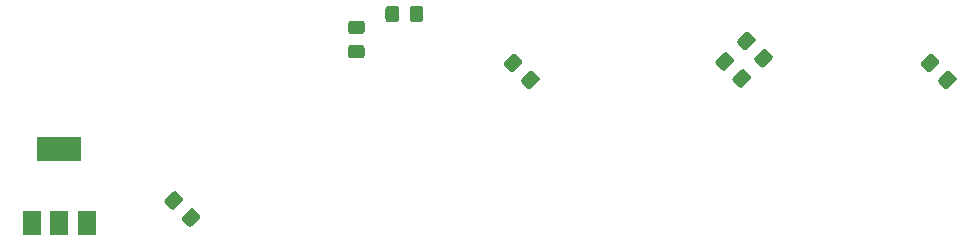
<source format=gbr>
%TF.GenerationSoftware,KiCad,Pcbnew,5.1.9+dfsg1-1+deb11u1*%
%TF.CreationDate,2025-02-02T16:03:13-08:00*%
%TF.ProjectId,esp01Expander,65737030-3145-4787-9061-6e6465722e6b,rev?*%
%TF.SameCoordinates,Original*%
%TF.FileFunction,Paste,Bot*%
%TF.FilePolarity,Positive*%
%FSLAX46Y46*%
G04 Gerber Fmt 4.6, Leading zero omitted, Abs format (unit mm)*
G04 Created by KiCad (PCBNEW 5.1.9+dfsg1-1+deb11u1) date 2025-02-02 16:03:13*
%MOMM*%
%LPD*%
G01*
G04 APERTURE LIST*
%ADD10R,1.500000X2.000000*%
%ADD11R,3.800000X2.000000*%
G04 APERTURE END LIST*
%TO.C,C5*%
G36*
G01*
X178599215Y-93129612D02*
X179235612Y-92493215D01*
G75*
G02*
X179589164Y-92493215I176776J-176776D01*
G01*
X180048785Y-92952836D01*
G75*
G02*
X180048785Y-93306388I-176776J-176776D01*
G01*
X179412388Y-93942785D01*
G75*
G02*
X179058836Y-93942785I-176776J176776D01*
G01*
X178599215Y-93483164D01*
G75*
G02*
X178599215Y-93129612I176776J176776D01*
G01*
G37*
G36*
G01*
X177149647Y-91680044D02*
X177786044Y-91043647D01*
G75*
G02*
X178139596Y-91043647I176776J-176776D01*
G01*
X178599217Y-91503268D01*
G75*
G02*
X178599217Y-91856820I-176776J-176776D01*
G01*
X177962820Y-92493217D01*
G75*
G02*
X177609268Y-92493217I-176776J176776D01*
G01*
X177149647Y-92033596D01*
G75*
G02*
X177149647Y-91680044I176776J176776D01*
G01*
G37*
%TD*%
%TO.C,C4*%
G36*
G01*
X161200215Y-93002612D02*
X161836612Y-92366215D01*
G75*
G02*
X162190164Y-92366215I176776J-176776D01*
G01*
X162649785Y-92825836D01*
G75*
G02*
X162649785Y-93179388I-176776J-176776D01*
G01*
X162013388Y-93815785D01*
G75*
G02*
X161659836Y-93815785I-176776J176776D01*
G01*
X161200215Y-93356164D01*
G75*
G02*
X161200215Y-93002612I176776J176776D01*
G01*
G37*
G36*
G01*
X159750647Y-91553044D02*
X160387044Y-90916647D01*
G75*
G02*
X160740596Y-90916647I176776J-176776D01*
G01*
X161200217Y-91376268D01*
G75*
G02*
X161200217Y-91729820I-176776J-176776D01*
G01*
X160563820Y-92366217D01*
G75*
G02*
X160210268Y-92366217I-176776J176776D01*
G01*
X159750647Y-91906596D01*
G75*
G02*
X159750647Y-91553044I176776J176776D01*
G01*
G37*
%TD*%
%TO.C,C3*%
G36*
G01*
X143293215Y-93129612D02*
X143929612Y-92493215D01*
G75*
G02*
X144283164Y-92493215I176776J-176776D01*
G01*
X144742785Y-92952836D01*
G75*
G02*
X144742785Y-93306388I-176776J-176776D01*
G01*
X144106388Y-93942785D01*
G75*
G02*
X143752836Y-93942785I-176776J176776D01*
G01*
X143293215Y-93483164D01*
G75*
G02*
X143293215Y-93129612I176776J176776D01*
G01*
G37*
G36*
G01*
X141843647Y-91680044D02*
X142480044Y-91043647D01*
G75*
G02*
X142833596Y-91043647I176776J-176776D01*
G01*
X143293217Y-91503268D01*
G75*
G02*
X143293217Y-91856820I-176776J-176776D01*
G01*
X142656820Y-92493217D01*
G75*
G02*
X142303268Y-92493217I-176776J176776D01*
G01*
X141843647Y-92033596D01*
G75*
G02*
X141843647Y-91680044I176776J176776D01*
G01*
G37*
%TD*%
%TO.C,C1*%
G36*
G01*
X114553999Y-104776396D02*
X115190396Y-104139999D01*
G75*
G02*
X115543948Y-104139999I176776J-176776D01*
G01*
X116003569Y-104599620D01*
G75*
G02*
X116003569Y-104953172I-176776J-176776D01*
G01*
X115367172Y-105589569D01*
G75*
G02*
X115013620Y-105589569I-176776J176776D01*
G01*
X114553999Y-105129948D01*
G75*
G02*
X114553999Y-104776396I176776J176776D01*
G01*
G37*
G36*
G01*
X113104431Y-103326828D02*
X113740828Y-102690431D01*
G75*
G02*
X114094380Y-102690431I176776J-176776D01*
G01*
X114554001Y-103150052D01*
G75*
G02*
X114554001Y-103503604I-176776J-176776D01*
G01*
X113917604Y-104140001D01*
G75*
G02*
X113564052Y-104140001I-176776J176776D01*
G01*
X113104431Y-103680380D01*
G75*
G02*
X113104431Y-103326828I176776J176776D01*
G01*
G37*
%TD*%
%TO.C,R5*%
G36*
G01*
X163030783Y-91277180D02*
X163667180Y-90640783D01*
G75*
G02*
X164020732Y-90640783I176776J-176776D01*
G01*
X164480353Y-91100404D01*
G75*
G02*
X164480353Y-91453956I-176776J-176776D01*
G01*
X163843956Y-92090353D01*
G75*
G02*
X163490404Y-92090353I-176776J176776D01*
G01*
X163030783Y-91630732D01*
G75*
G02*
X163030783Y-91277180I176776J176776D01*
G01*
G37*
G36*
G01*
X161581215Y-89827612D02*
X162217612Y-89191215D01*
G75*
G02*
X162571164Y-89191215I176776J-176776D01*
G01*
X163030785Y-89650836D01*
G75*
G02*
X163030785Y-90004388I-176776J-176776D01*
G01*
X162394388Y-90640785D01*
G75*
G02*
X162040836Y-90640785I-176776J176776D01*
G01*
X161581215Y-90181164D01*
G75*
G02*
X161581215Y-89827612I176776J176776D01*
G01*
G37*
%TD*%
%TO.C,R4*%
G36*
G01*
X132900000Y-87179999D02*
X132900000Y-88080001D01*
G75*
G02*
X132650001Y-88330000I-249999J0D01*
G01*
X131999999Y-88330000D01*
G75*
G02*
X131750000Y-88080001I0J249999D01*
G01*
X131750000Y-87179999D01*
G75*
G02*
X131999999Y-86930000I249999J0D01*
G01*
X132650001Y-86930000D01*
G75*
G02*
X132900000Y-87179999I0J-249999D01*
G01*
G37*
G36*
G01*
X134950000Y-87179999D02*
X134950000Y-88080001D01*
G75*
G02*
X134700001Y-88330000I-249999J0D01*
G01*
X134049999Y-88330000D01*
G75*
G02*
X133800000Y-88080001I0J249999D01*
G01*
X133800000Y-87179999D01*
G75*
G02*
X134049999Y-86930000I249999J0D01*
G01*
X134700001Y-86930000D01*
G75*
G02*
X134950000Y-87179999I0J-249999D01*
G01*
G37*
%TD*%
D10*
%TO.C,U5*%
X106440000Y-105360000D03*
X101840000Y-105360000D03*
X104140000Y-105360000D03*
D11*
X104140000Y-99060000D03*
%TD*%
%TO.C,R1*%
G36*
G01*
X129736001Y-89339000D02*
X128835999Y-89339000D01*
G75*
G02*
X128586000Y-89089001I0J249999D01*
G01*
X128586000Y-88438999D01*
G75*
G02*
X128835999Y-88189000I249999J0D01*
G01*
X129736001Y-88189000D01*
G75*
G02*
X129986000Y-88438999I0J-249999D01*
G01*
X129986000Y-89089001D01*
G75*
G02*
X129736001Y-89339000I-249999J0D01*
G01*
G37*
G36*
G01*
X129736001Y-91389000D02*
X128835999Y-91389000D01*
G75*
G02*
X128586000Y-91139001I0J249999D01*
G01*
X128586000Y-90488999D01*
G75*
G02*
X128835999Y-90239000I249999J0D01*
G01*
X129736001Y-90239000D01*
G75*
G02*
X129986000Y-90488999I0J-249999D01*
G01*
X129986000Y-91139001D01*
G75*
G02*
X129736001Y-91389000I-249999J0D01*
G01*
G37*
%TD*%
M02*

</source>
